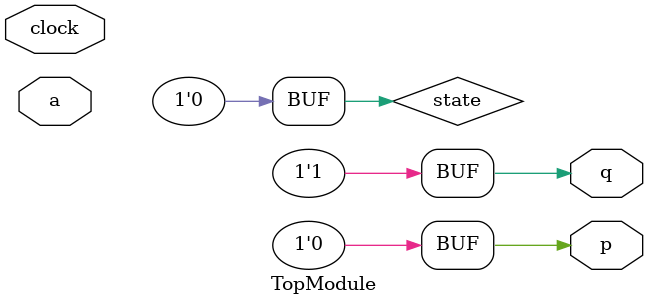
<source format=sv>
module TopModule (
    input logic clock,
    input logic a,
    output logic p,
    output logic q
);

    logic state;
    logic next_state;

    // Sequential logic to update state
    always @(posedge clock) begin
        if (state == 1'b0 && a == 1'b1) begin
            next_state <= 1'b1;
        end else if (state == 1'b1 && a == 1'b0) begin
            next_state <= 1'b0;
        end
    end

    // Output logic
    always @(*) begin
        p = state;
        q = (state == 1'b1) ? 1'b0 : 1'b1;
    end

    // Initialize state
    initial begin
        state = 1'b0;
        next_state = 1'b0;
    end

endmodule
</source>
